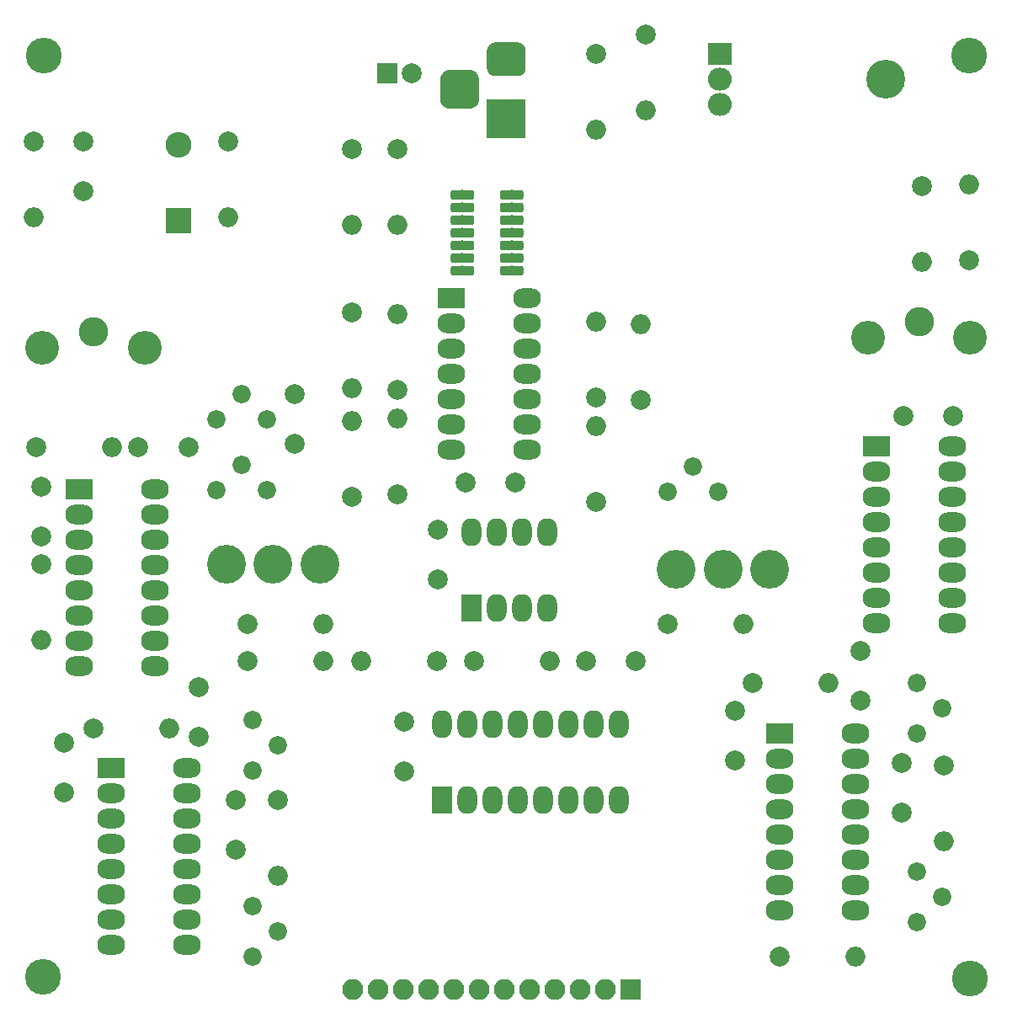
<source format=gbr>
G04 #@! TF.GenerationSoftware,KiCad,Pcbnew,(5.1.4-0-10_14)*
G04 #@! TF.CreationDate,2021-06-29T18:28:10+12:00*
G04 #@! TF.ProjectId,chroma_luma_invert,6368726f-6d61-45f6-9c75-6d615f696e76,rev?*
G04 #@! TF.SameCoordinates,Original*
G04 #@! TF.FileFunction,Soldermask,Top*
G04 #@! TF.FilePolarity,Negative*
%FSLAX46Y46*%
G04 Gerber Fmt 4.6, Leading zero omitted, Abs format (unit mm)*
G04 Created by KiCad (PCBNEW (5.1.4-0-10_14)) date 2021-06-29 18:28:10*
%MOMM*%
%LPD*%
G04 APERTURE LIST*
%ADD10C,3.600000*%
%ADD11O,2.000000X2.800000*%
%ADD12R,2.000000X2.800000*%
%ADD13C,2.000000*%
%ADD14R,2.000000X2.000000*%
%ADD15R,2.600000X2.600000*%
%ADD16O,2.600000X2.600000*%
%ADD17R,3.900000X3.900000*%
%ADD18C,0.100000*%
%ADD19C,3.400000*%
%ADD20C,3.900000*%
%ADD21R,2.100000X2.100000*%
%ADD22O,2.100000X2.100000*%
%ADD23R,2.800000X2.000000*%
%ADD24O,2.800000X2.000000*%
%ADD25O,3.900000X3.900000*%
%ADD26R,2.400000X2.305000*%
%ADD27O,2.400000X2.305000*%
%ADD28O,2.000000X2.000000*%
%ADD29C,2.950000*%
%ADD30C,1.840000*%
%ADD31C,1.000000*%
G04 APERTURE END LIST*
D10*
X201500000Y-38600000D03*
X201600000Y-131400000D03*
X108400000Y-131300000D03*
X108500000Y-38600000D03*
D11*
X151500000Y-86580000D03*
X159120000Y-94200000D03*
X154040000Y-86580000D03*
X156580000Y-94200000D03*
X156580000Y-86580000D03*
X154040000Y-94200000D03*
X159120000Y-86580000D03*
D12*
X151500000Y-94200000D03*
D13*
X150900000Y-81600000D03*
X155900000Y-81600000D03*
X199900000Y-74900000D03*
X194900000Y-74900000D03*
X148100000Y-86300000D03*
X148100000Y-91300000D03*
X190600000Y-103500000D03*
X190600000Y-98500000D03*
X124100000Y-107100000D03*
X124100000Y-102100000D03*
X144700000Y-105600000D03*
X144700000Y-110600000D03*
X123000000Y-78000000D03*
X118000000Y-78000000D03*
X145500000Y-40400000D03*
D14*
X143000000Y-40400000D03*
D13*
X112500000Y-52250000D03*
X112500000Y-47250000D03*
X194750000Y-109750000D03*
X194750000Y-114750000D03*
X178000000Y-109500000D03*
X178000000Y-104500000D03*
X168000000Y-99500000D03*
X163000000Y-99500000D03*
X108250000Y-87000000D03*
X108250000Y-82000000D03*
X127750000Y-113500000D03*
X127750000Y-118500000D03*
X110500000Y-112750000D03*
X110500000Y-107750000D03*
D15*
X122000000Y-55250000D03*
D16*
X122000000Y-47630000D03*
D17*
X155000000Y-45000000D03*
D18*
G36*
X156183315Y-37304093D02*
G01*
X156265827Y-37316333D01*
X156346742Y-37336601D01*
X156425281Y-37364702D01*
X156500687Y-37400367D01*
X156572235Y-37443251D01*
X156639234Y-37492941D01*
X156701041Y-37548959D01*
X156757059Y-37610766D01*
X156806749Y-37677765D01*
X156849633Y-37749313D01*
X156885298Y-37824719D01*
X156913399Y-37903258D01*
X156933667Y-37984173D01*
X156945907Y-38066685D01*
X156950000Y-38150000D01*
X156950000Y-39850000D01*
X156945907Y-39933315D01*
X156933667Y-40015827D01*
X156913399Y-40096742D01*
X156885298Y-40175281D01*
X156849633Y-40250687D01*
X156806749Y-40322235D01*
X156757059Y-40389234D01*
X156701041Y-40451041D01*
X156639234Y-40507059D01*
X156572235Y-40556749D01*
X156500687Y-40599633D01*
X156425281Y-40635298D01*
X156346742Y-40663399D01*
X156265827Y-40683667D01*
X156183315Y-40695907D01*
X156100000Y-40700000D01*
X153900000Y-40700000D01*
X153816685Y-40695907D01*
X153734173Y-40683667D01*
X153653258Y-40663399D01*
X153574719Y-40635298D01*
X153499313Y-40599633D01*
X153427765Y-40556749D01*
X153360766Y-40507059D01*
X153298959Y-40451041D01*
X153242941Y-40389234D01*
X153193251Y-40322235D01*
X153150367Y-40250687D01*
X153114702Y-40175281D01*
X153086601Y-40096742D01*
X153066333Y-40015827D01*
X153054093Y-39933315D01*
X153050000Y-39850000D01*
X153050000Y-38150000D01*
X153054093Y-38066685D01*
X153066333Y-37984173D01*
X153086601Y-37903258D01*
X153114702Y-37824719D01*
X153150367Y-37749313D01*
X153193251Y-37677765D01*
X153242941Y-37610766D01*
X153298959Y-37548959D01*
X153360766Y-37492941D01*
X153427765Y-37443251D01*
X153499313Y-37400367D01*
X153574719Y-37364702D01*
X153653258Y-37336601D01*
X153734173Y-37316333D01*
X153816685Y-37304093D01*
X153900000Y-37300000D01*
X156100000Y-37300000D01*
X156183315Y-37304093D01*
X156183315Y-37304093D01*
G37*
D19*
X155000000Y-39000000D03*
D18*
G36*
X151370567Y-40054695D02*
G01*
X151465213Y-40068734D01*
X151558028Y-40091983D01*
X151648116Y-40124217D01*
X151734612Y-40165127D01*
X151816681Y-40214317D01*
X151893533Y-40271315D01*
X151964429Y-40335571D01*
X152028685Y-40406467D01*
X152085683Y-40483319D01*
X152134873Y-40565388D01*
X152175783Y-40651884D01*
X152208017Y-40741972D01*
X152231266Y-40834787D01*
X152245305Y-40929433D01*
X152250000Y-41025000D01*
X152250000Y-42975000D01*
X152245305Y-43070567D01*
X152231266Y-43165213D01*
X152208017Y-43258028D01*
X152175783Y-43348116D01*
X152134873Y-43434612D01*
X152085683Y-43516681D01*
X152028685Y-43593533D01*
X151964429Y-43664429D01*
X151893533Y-43728685D01*
X151816681Y-43785683D01*
X151734612Y-43834873D01*
X151648116Y-43875783D01*
X151558028Y-43908017D01*
X151465213Y-43931266D01*
X151370567Y-43945305D01*
X151275000Y-43950000D01*
X149325000Y-43950000D01*
X149229433Y-43945305D01*
X149134787Y-43931266D01*
X149041972Y-43908017D01*
X148951884Y-43875783D01*
X148865388Y-43834873D01*
X148783319Y-43785683D01*
X148706467Y-43728685D01*
X148635571Y-43664429D01*
X148571315Y-43593533D01*
X148514317Y-43516681D01*
X148465127Y-43434612D01*
X148424217Y-43348116D01*
X148391983Y-43258028D01*
X148368734Y-43165213D01*
X148354695Y-43070567D01*
X148350000Y-42975000D01*
X148350000Y-41025000D01*
X148354695Y-40929433D01*
X148368734Y-40834787D01*
X148391983Y-40741972D01*
X148424217Y-40651884D01*
X148465127Y-40565388D01*
X148514317Y-40483319D01*
X148571315Y-40406467D01*
X148635571Y-40335571D01*
X148706467Y-40271315D01*
X148783319Y-40214317D01*
X148865388Y-40165127D01*
X148951884Y-40124217D01*
X149041972Y-40091983D01*
X149134787Y-40068734D01*
X149229433Y-40054695D01*
X149325000Y-40050000D01*
X151275000Y-40050000D01*
X151370567Y-40054695D01*
X151370567Y-40054695D01*
G37*
D20*
X150300000Y-42000000D03*
D21*
X167500000Y-132500000D03*
D22*
X164960000Y-132500000D03*
X162420000Y-132500000D03*
X159880000Y-132500000D03*
X157340000Y-132500000D03*
X154800000Y-132500000D03*
X152260000Y-132500000D03*
X149720000Y-132500000D03*
X147180000Y-132500000D03*
X144640000Y-132500000D03*
X142100000Y-132500000D03*
X139560000Y-132500000D03*
D20*
X172100000Y-90250000D03*
X176800000Y-90250000D03*
X181500000Y-90250000D03*
X136250000Y-89750000D03*
X131550000Y-89750000D03*
X126850000Y-89750000D03*
D23*
X192200000Y-77900000D03*
D24*
X199820000Y-95680000D03*
X192200000Y-80440000D03*
X199820000Y-93140000D03*
X192200000Y-82980000D03*
X199820000Y-90600000D03*
X192200000Y-85520000D03*
X199820000Y-88060000D03*
X192200000Y-88060000D03*
X199820000Y-85520000D03*
X192200000Y-90600000D03*
X199820000Y-82980000D03*
X192200000Y-93140000D03*
X199820000Y-80440000D03*
X192200000Y-95680000D03*
X199820000Y-77900000D03*
D25*
X193160000Y-41040000D03*
D26*
X176500000Y-38500000D03*
D27*
X176500000Y-41040000D03*
X176500000Y-43580000D03*
D24*
X190120000Y-106750000D03*
X182500000Y-124530000D03*
X190120000Y-109290000D03*
X182500000Y-121990000D03*
X190120000Y-111830000D03*
X182500000Y-119450000D03*
X190120000Y-114370000D03*
X182500000Y-116910000D03*
X190120000Y-116910000D03*
X182500000Y-114370000D03*
X190120000Y-119450000D03*
X182500000Y-111830000D03*
X190120000Y-121990000D03*
X182500000Y-109290000D03*
X190120000Y-124530000D03*
D23*
X182500000Y-106750000D03*
D24*
X122870000Y-110250000D03*
X115250000Y-128030000D03*
X122870000Y-112790000D03*
X115250000Y-125490000D03*
X122870000Y-115330000D03*
X115250000Y-122950000D03*
X122870000Y-117870000D03*
X115250000Y-120410000D03*
X122870000Y-120410000D03*
X115250000Y-117870000D03*
X122870000Y-122950000D03*
X115250000Y-115330000D03*
X122870000Y-125490000D03*
X115250000Y-112790000D03*
X122870000Y-128030000D03*
D23*
X115250000Y-110250000D03*
D12*
X148500000Y-113500000D03*
D11*
X166280000Y-105880000D03*
X151040000Y-113500000D03*
X163740000Y-105880000D03*
X153580000Y-113500000D03*
X161200000Y-105880000D03*
X156120000Y-113500000D03*
X158660000Y-105880000D03*
X158660000Y-113500000D03*
X156120000Y-105880000D03*
X161200000Y-113500000D03*
X153580000Y-105880000D03*
X163740000Y-113500000D03*
X151040000Y-105880000D03*
X166280000Y-113500000D03*
X148500000Y-105880000D03*
D23*
X112000000Y-82250000D03*
D24*
X119620000Y-100030000D03*
X112000000Y-84790000D03*
X119620000Y-97490000D03*
X112000000Y-87330000D03*
X119620000Y-94950000D03*
X112000000Y-89870000D03*
X119620000Y-92410000D03*
X112000000Y-92410000D03*
X119620000Y-89870000D03*
X112000000Y-94950000D03*
X119620000Y-87330000D03*
X112000000Y-97490000D03*
X119620000Y-84790000D03*
X112000000Y-100030000D03*
X119620000Y-82250000D03*
D13*
X144000000Y-82750000D03*
D28*
X144000000Y-75130000D03*
X201500000Y-51630000D03*
D13*
X201500000Y-59250000D03*
D28*
X139500000Y-75380000D03*
D13*
X139500000Y-83000000D03*
X144000000Y-72250000D03*
D28*
X144000000Y-64630000D03*
D13*
X196750000Y-51750000D03*
D28*
X196750000Y-59370000D03*
D13*
X107500000Y-47250000D03*
D28*
X107500000Y-54870000D03*
D13*
X127000000Y-47250000D03*
D28*
X127000000Y-54870000D03*
X139500000Y-72120000D03*
D13*
X139500000Y-64500000D03*
X144000000Y-48000000D03*
D28*
X144000000Y-55620000D03*
D13*
X139500000Y-48000000D03*
D28*
X139500000Y-55620000D03*
X168500000Y-65630000D03*
D13*
X168500000Y-73250000D03*
D28*
X164000000Y-75880000D03*
D13*
X164000000Y-83500000D03*
X164000000Y-73000000D03*
D28*
X164000000Y-65380000D03*
X164000000Y-46120000D03*
D13*
X164000000Y-38500000D03*
X169000000Y-36500000D03*
D28*
X169000000Y-44120000D03*
X199000000Y-117620000D03*
D13*
X199000000Y-110000000D03*
X148000000Y-99500000D03*
D28*
X140380000Y-99500000D03*
X187420000Y-101700000D03*
D13*
X179800000Y-101700000D03*
X171250000Y-95750000D03*
D28*
X178870000Y-95750000D03*
X159370000Y-99500000D03*
D13*
X151750000Y-99500000D03*
X129000000Y-95750000D03*
D28*
X136620000Y-95750000D03*
X136620000Y-99500000D03*
D13*
X129000000Y-99500000D03*
D28*
X190120000Y-129250000D03*
D13*
X182500000Y-129250000D03*
X107750000Y-78000000D03*
D28*
X115370000Y-78000000D03*
D13*
X132000000Y-113500000D03*
D28*
X132000000Y-121120000D03*
X121120000Y-106300000D03*
D13*
X113500000Y-106300000D03*
D28*
X108250000Y-97370000D03*
D13*
X108250000Y-89750000D03*
X133700000Y-72700000D03*
X133700000Y-77700000D03*
D19*
X108350000Y-68000000D03*
X118650000Y-68000000D03*
D29*
X113500000Y-66400000D03*
X196500000Y-65400000D03*
D19*
X201650000Y-67000000D03*
X191350000Y-67000000D03*
D30*
X196250000Y-125750000D03*
X198790000Y-123210000D03*
X196250000Y-120670000D03*
X196250000Y-101670000D03*
X198790000Y-104210000D03*
X196250000Y-106750000D03*
X129500000Y-129250000D03*
X132040000Y-126710000D03*
X129500000Y-124170000D03*
X129500000Y-105420000D03*
X132040000Y-107960000D03*
X129500000Y-110500000D03*
X176300000Y-82500000D03*
X173760000Y-79960000D03*
X171220000Y-82500000D03*
X130900000Y-82300000D03*
X128360000Y-79760000D03*
X125820000Y-82300000D03*
X125820000Y-75200000D03*
X128360000Y-72660000D03*
X130900000Y-75200000D03*
D23*
X149450000Y-63000000D03*
D24*
X157070000Y-78240000D03*
X149450000Y-65540000D03*
X157070000Y-75700000D03*
X149450000Y-68080000D03*
X157070000Y-73160000D03*
X149450000Y-70620000D03*
X157070000Y-70620000D03*
X149450000Y-73160000D03*
X157070000Y-68080000D03*
X149450000Y-75700000D03*
X157070000Y-65540000D03*
X149450000Y-78240000D03*
X157070000Y-63000000D03*
D18*
G36*
X156474504Y-59761204D02*
G01*
X156498773Y-59764804D01*
X156522571Y-59770765D01*
X156545671Y-59779030D01*
X156567849Y-59789520D01*
X156588893Y-59802133D01*
X156608598Y-59816747D01*
X156626777Y-59833223D01*
X156643253Y-59851402D01*
X156657867Y-59871107D01*
X156670480Y-59892151D01*
X156680970Y-59914329D01*
X156689235Y-59937429D01*
X156695196Y-59961227D01*
X156698796Y-59985496D01*
X156700000Y-60010000D01*
X156700000Y-60510000D01*
X156698796Y-60534504D01*
X156695196Y-60558773D01*
X156689235Y-60582571D01*
X156680970Y-60605671D01*
X156670480Y-60627849D01*
X156657867Y-60648893D01*
X156643253Y-60668598D01*
X156626777Y-60686777D01*
X156608598Y-60703253D01*
X156588893Y-60717867D01*
X156567849Y-60730480D01*
X156545671Y-60740970D01*
X156522571Y-60749235D01*
X156498773Y-60755196D01*
X156474504Y-60758796D01*
X156450000Y-60760000D01*
X154600000Y-60760000D01*
X154575496Y-60758796D01*
X154551227Y-60755196D01*
X154527429Y-60749235D01*
X154504329Y-60740970D01*
X154482151Y-60730480D01*
X154461107Y-60717867D01*
X154441402Y-60703253D01*
X154423223Y-60686777D01*
X154406747Y-60668598D01*
X154392133Y-60648893D01*
X154379520Y-60627849D01*
X154369030Y-60605671D01*
X154360765Y-60582571D01*
X154354804Y-60558773D01*
X154351204Y-60534504D01*
X154350000Y-60510000D01*
X154350000Y-60010000D01*
X154351204Y-59985496D01*
X154354804Y-59961227D01*
X154360765Y-59937429D01*
X154369030Y-59914329D01*
X154379520Y-59892151D01*
X154392133Y-59871107D01*
X154406747Y-59851402D01*
X154423223Y-59833223D01*
X154441402Y-59816747D01*
X154461107Y-59802133D01*
X154482151Y-59789520D01*
X154504329Y-59779030D01*
X154527429Y-59770765D01*
X154551227Y-59764804D01*
X154575496Y-59761204D01*
X154600000Y-59760000D01*
X156450000Y-59760000D01*
X156474504Y-59761204D01*
X156474504Y-59761204D01*
G37*
D31*
X155525000Y-60260000D03*
D18*
G36*
X156474504Y-58491204D02*
G01*
X156498773Y-58494804D01*
X156522571Y-58500765D01*
X156545671Y-58509030D01*
X156567849Y-58519520D01*
X156588893Y-58532133D01*
X156608598Y-58546747D01*
X156626777Y-58563223D01*
X156643253Y-58581402D01*
X156657867Y-58601107D01*
X156670480Y-58622151D01*
X156680970Y-58644329D01*
X156689235Y-58667429D01*
X156695196Y-58691227D01*
X156698796Y-58715496D01*
X156700000Y-58740000D01*
X156700000Y-59240000D01*
X156698796Y-59264504D01*
X156695196Y-59288773D01*
X156689235Y-59312571D01*
X156680970Y-59335671D01*
X156670480Y-59357849D01*
X156657867Y-59378893D01*
X156643253Y-59398598D01*
X156626777Y-59416777D01*
X156608598Y-59433253D01*
X156588893Y-59447867D01*
X156567849Y-59460480D01*
X156545671Y-59470970D01*
X156522571Y-59479235D01*
X156498773Y-59485196D01*
X156474504Y-59488796D01*
X156450000Y-59490000D01*
X154600000Y-59490000D01*
X154575496Y-59488796D01*
X154551227Y-59485196D01*
X154527429Y-59479235D01*
X154504329Y-59470970D01*
X154482151Y-59460480D01*
X154461107Y-59447867D01*
X154441402Y-59433253D01*
X154423223Y-59416777D01*
X154406747Y-59398598D01*
X154392133Y-59378893D01*
X154379520Y-59357849D01*
X154369030Y-59335671D01*
X154360765Y-59312571D01*
X154354804Y-59288773D01*
X154351204Y-59264504D01*
X154350000Y-59240000D01*
X154350000Y-58740000D01*
X154351204Y-58715496D01*
X154354804Y-58691227D01*
X154360765Y-58667429D01*
X154369030Y-58644329D01*
X154379520Y-58622151D01*
X154392133Y-58601107D01*
X154406747Y-58581402D01*
X154423223Y-58563223D01*
X154441402Y-58546747D01*
X154461107Y-58532133D01*
X154482151Y-58519520D01*
X154504329Y-58509030D01*
X154527429Y-58500765D01*
X154551227Y-58494804D01*
X154575496Y-58491204D01*
X154600000Y-58490000D01*
X156450000Y-58490000D01*
X156474504Y-58491204D01*
X156474504Y-58491204D01*
G37*
D31*
X155525000Y-58990000D03*
D18*
G36*
X156474504Y-57221204D02*
G01*
X156498773Y-57224804D01*
X156522571Y-57230765D01*
X156545671Y-57239030D01*
X156567849Y-57249520D01*
X156588893Y-57262133D01*
X156608598Y-57276747D01*
X156626777Y-57293223D01*
X156643253Y-57311402D01*
X156657867Y-57331107D01*
X156670480Y-57352151D01*
X156680970Y-57374329D01*
X156689235Y-57397429D01*
X156695196Y-57421227D01*
X156698796Y-57445496D01*
X156700000Y-57470000D01*
X156700000Y-57970000D01*
X156698796Y-57994504D01*
X156695196Y-58018773D01*
X156689235Y-58042571D01*
X156680970Y-58065671D01*
X156670480Y-58087849D01*
X156657867Y-58108893D01*
X156643253Y-58128598D01*
X156626777Y-58146777D01*
X156608598Y-58163253D01*
X156588893Y-58177867D01*
X156567849Y-58190480D01*
X156545671Y-58200970D01*
X156522571Y-58209235D01*
X156498773Y-58215196D01*
X156474504Y-58218796D01*
X156450000Y-58220000D01*
X154600000Y-58220000D01*
X154575496Y-58218796D01*
X154551227Y-58215196D01*
X154527429Y-58209235D01*
X154504329Y-58200970D01*
X154482151Y-58190480D01*
X154461107Y-58177867D01*
X154441402Y-58163253D01*
X154423223Y-58146777D01*
X154406747Y-58128598D01*
X154392133Y-58108893D01*
X154379520Y-58087849D01*
X154369030Y-58065671D01*
X154360765Y-58042571D01*
X154354804Y-58018773D01*
X154351204Y-57994504D01*
X154350000Y-57970000D01*
X154350000Y-57470000D01*
X154351204Y-57445496D01*
X154354804Y-57421227D01*
X154360765Y-57397429D01*
X154369030Y-57374329D01*
X154379520Y-57352151D01*
X154392133Y-57331107D01*
X154406747Y-57311402D01*
X154423223Y-57293223D01*
X154441402Y-57276747D01*
X154461107Y-57262133D01*
X154482151Y-57249520D01*
X154504329Y-57239030D01*
X154527429Y-57230765D01*
X154551227Y-57224804D01*
X154575496Y-57221204D01*
X154600000Y-57220000D01*
X156450000Y-57220000D01*
X156474504Y-57221204D01*
X156474504Y-57221204D01*
G37*
D31*
X155525000Y-57720000D03*
D18*
G36*
X156474504Y-55951204D02*
G01*
X156498773Y-55954804D01*
X156522571Y-55960765D01*
X156545671Y-55969030D01*
X156567849Y-55979520D01*
X156588893Y-55992133D01*
X156608598Y-56006747D01*
X156626777Y-56023223D01*
X156643253Y-56041402D01*
X156657867Y-56061107D01*
X156670480Y-56082151D01*
X156680970Y-56104329D01*
X156689235Y-56127429D01*
X156695196Y-56151227D01*
X156698796Y-56175496D01*
X156700000Y-56200000D01*
X156700000Y-56700000D01*
X156698796Y-56724504D01*
X156695196Y-56748773D01*
X156689235Y-56772571D01*
X156680970Y-56795671D01*
X156670480Y-56817849D01*
X156657867Y-56838893D01*
X156643253Y-56858598D01*
X156626777Y-56876777D01*
X156608598Y-56893253D01*
X156588893Y-56907867D01*
X156567849Y-56920480D01*
X156545671Y-56930970D01*
X156522571Y-56939235D01*
X156498773Y-56945196D01*
X156474504Y-56948796D01*
X156450000Y-56950000D01*
X154600000Y-56950000D01*
X154575496Y-56948796D01*
X154551227Y-56945196D01*
X154527429Y-56939235D01*
X154504329Y-56930970D01*
X154482151Y-56920480D01*
X154461107Y-56907867D01*
X154441402Y-56893253D01*
X154423223Y-56876777D01*
X154406747Y-56858598D01*
X154392133Y-56838893D01*
X154379520Y-56817849D01*
X154369030Y-56795671D01*
X154360765Y-56772571D01*
X154354804Y-56748773D01*
X154351204Y-56724504D01*
X154350000Y-56700000D01*
X154350000Y-56200000D01*
X154351204Y-56175496D01*
X154354804Y-56151227D01*
X154360765Y-56127429D01*
X154369030Y-56104329D01*
X154379520Y-56082151D01*
X154392133Y-56061107D01*
X154406747Y-56041402D01*
X154423223Y-56023223D01*
X154441402Y-56006747D01*
X154461107Y-55992133D01*
X154482151Y-55979520D01*
X154504329Y-55969030D01*
X154527429Y-55960765D01*
X154551227Y-55954804D01*
X154575496Y-55951204D01*
X154600000Y-55950000D01*
X156450000Y-55950000D01*
X156474504Y-55951204D01*
X156474504Y-55951204D01*
G37*
D31*
X155525000Y-56450000D03*
D18*
G36*
X156474504Y-54681204D02*
G01*
X156498773Y-54684804D01*
X156522571Y-54690765D01*
X156545671Y-54699030D01*
X156567849Y-54709520D01*
X156588893Y-54722133D01*
X156608598Y-54736747D01*
X156626777Y-54753223D01*
X156643253Y-54771402D01*
X156657867Y-54791107D01*
X156670480Y-54812151D01*
X156680970Y-54834329D01*
X156689235Y-54857429D01*
X156695196Y-54881227D01*
X156698796Y-54905496D01*
X156700000Y-54930000D01*
X156700000Y-55430000D01*
X156698796Y-55454504D01*
X156695196Y-55478773D01*
X156689235Y-55502571D01*
X156680970Y-55525671D01*
X156670480Y-55547849D01*
X156657867Y-55568893D01*
X156643253Y-55588598D01*
X156626777Y-55606777D01*
X156608598Y-55623253D01*
X156588893Y-55637867D01*
X156567849Y-55650480D01*
X156545671Y-55660970D01*
X156522571Y-55669235D01*
X156498773Y-55675196D01*
X156474504Y-55678796D01*
X156450000Y-55680000D01*
X154600000Y-55680000D01*
X154575496Y-55678796D01*
X154551227Y-55675196D01*
X154527429Y-55669235D01*
X154504329Y-55660970D01*
X154482151Y-55650480D01*
X154461107Y-55637867D01*
X154441402Y-55623253D01*
X154423223Y-55606777D01*
X154406747Y-55588598D01*
X154392133Y-55568893D01*
X154379520Y-55547849D01*
X154369030Y-55525671D01*
X154360765Y-55502571D01*
X154354804Y-55478773D01*
X154351204Y-55454504D01*
X154350000Y-55430000D01*
X154350000Y-54930000D01*
X154351204Y-54905496D01*
X154354804Y-54881227D01*
X154360765Y-54857429D01*
X154369030Y-54834329D01*
X154379520Y-54812151D01*
X154392133Y-54791107D01*
X154406747Y-54771402D01*
X154423223Y-54753223D01*
X154441402Y-54736747D01*
X154461107Y-54722133D01*
X154482151Y-54709520D01*
X154504329Y-54699030D01*
X154527429Y-54690765D01*
X154551227Y-54684804D01*
X154575496Y-54681204D01*
X154600000Y-54680000D01*
X156450000Y-54680000D01*
X156474504Y-54681204D01*
X156474504Y-54681204D01*
G37*
D31*
X155525000Y-55180000D03*
D18*
G36*
X156474504Y-53411204D02*
G01*
X156498773Y-53414804D01*
X156522571Y-53420765D01*
X156545671Y-53429030D01*
X156567849Y-53439520D01*
X156588893Y-53452133D01*
X156608598Y-53466747D01*
X156626777Y-53483223D01*
X156643253Y-53501402D01*
X156657867Y-53521107D01*
X156670480Y-53542151D01*
X156680970Y-53564329D01*
X156689235Y-53587429D01*
X156695196Y-53611227D01*
X156698796Y-53635496D01*
X156700000Y-53660000D01*
X156700000Y-54160000D01*
X156698796Y-54184504D01*
X156695196Y-54208773D01*
X156689235Y-54232571D01*
X156680970Y-54255671D01*
X156670480Y-54277849D01*
X156657867Y-54298893D01*
X156643253Y-54318598D01*
X156626777Y-54336777D01*
X156608598Y-54353253D01*
X156588893Y-54367867D01*
X156567849Y-54380480D01*
X156545671Y-54390970D01*
X156522571Y-54399235D01*
X156498773Y-54405196D01*
X156474504Y-54408796D01*
X156450000Y-54410000D01*
X154600000Y-54410000D01*
X154575496Y-54408796D01*
X154551227Y-54405196D01*
X154527429Y-54399235D01*
X154504329Y-54390970D01*
X154482151Y-54380480D01*
X154461107Y-54367867D01*
X154441402Y-54353253D01*
X154423223Y-54336777D01*
X154406747Y-54318598D01*
X154392133Y-54298893D01*
X154379520Y-54277849D01*
X154369030Y-54255671D01*
X154360765Y-54232571D01*
X154354804Y-54208773D01*
X154351204Y-54184504D01*
X154350000Y-54160000D01*
X154350000Y-53660000D01*
X154351204Y-53635496D01*
X154354804Y-53611227D01*
X154360765Y-53587429D01*
X154369030Y-53564329D01*
X154379520Y-53542151D01*
X154392133Y-53521107D01*
X154406747Y-53501402D01*
X154423223Y-53483223D01*
X154441402Y-53466747D01*
X154461107Y-53452133D01*
X154482151Y-53439520D01*
X154504329Y-53429030D01*
X154527429Y-53420765D01*
X154551227Y-53414804D01*
X154575496Y-53411204D01*
X154600000Y-53410000D01*
X156450000Y-53410000D01*
X156474504Y-53411204D01*
X156474504Y-53411204D01*
G37*
D31*
X155525000Y-53910000D03*
D18*
G36*
X156474504Y-52141204D02*
G01*
X156498773Y-52144804D01*
X156522571Y-52150765D01*
X156545671Y-52159030D01*
X156567849Y-52169520D01*
X156588893Y-52182133D01*
X156608598Y-52196747D01*
X156626777Y-52213223D01*
X156643253Y-52231402D01*
X156657867Y-52251107D01*
X156670480Y-52272151D01*
X156680970Y-52294329D01*
X156689235Y-52317429D01*
X156695196Y-52341227D01*
X156698796Y-52365496D01*
X156700000Y-52390000D01*
X156700000Y-52890000D01*
X156698796Y-52914504D01*
X156695196Y-52938773D01*
X156689235Y-52962571D01*
X156680970Y-52985671D01*
X156670480Y-53007849D01*
X156657867Y-53028893D01*
X156643253Y-53048598D01*
X156626777Y-53066777D01*
X156608598Y-53083253D01*
X156588893Y-53097867D01*
X156567849Y-53110480D01*
X156545671Y-53120970D01*
X156522571Y-53129235D01*
X156498773Y-53135196D01*
X156474504Y-53138796D01*
X156450000Y-53140000D01*
X154600000Y-53140000D01*
X154575496Y-53138796D01*
X154551227Y-53135196D01*
X154527429Y-53129235D01*
X154504329Y-53120970D01*
X154482151Y-53110480D01*
X154461107Y-53097867D01*
X154441402Y-53083253D01*
X154423223Y-53066777D01*
X154406747Y-53048598D01*
X154392133Y-53028893D01*
X154379520Y-53007849D01*
X154369030Y-52985671D01*
X154360765Y-52962571D01*
X154354804Y-52938773D01*
X154351204Y-52914504D01*
X154350000Y-52890000D01*
X154350000Y-52390000D01*
X154351204Y-52365496D01*
X154354804Y-52341227D01*
X154360765Y-52317429D01*
X154369030Y-52294329D01*
X154379520Y-52272151D01*
X154392133Y-52251107D01*
X154406747Y-52231402D01*
X154423223Y-52213223D01*
X154441402Y-52196747D01*
X154461107Y-52182133D01*
X154482151Y-52169520D01*
X154504329Y-52159030D01*
X154527429Y-52150765D01*
X154551227Y-52144804D01*
X154575496Y-52141204D01*
X154600000Y-52140000D01*
X156450000Y-52140000D01*
X156474504Y-52141204D01*
X156474504Y-52141204D01*
G37*
D31*
X155525000Y-52640000D03*
D18*
G36*
X151524504Y-52141204D02*
G01*
X151548773Y-52144804D01*
X151572571Y-52150765D01*
X151595671Y-52159030D01*
X151617849Y-52169520D01*
X151638893Y-52182133D01*
X151658598Y-52196747D01*
X151676777Y-52213223D01*
X151693253Y-52231402D01*
X151707867Y-52251107D01*
X151720480Y-52272151D01*
X151730970Y-52294329D01*
X151739235Y-52317429D01*
X151745196Y-52341227D01*
X151748796Y-52365496D01*
X151750000Y-52390000D01*
X151750000Y-52890000D01*
X151748796Y-52914504D01*
X151745196Y-52938773D01*
X151739235Y-52962571D01*
X151730970Y-52985671D01*
X151720480Y-53007849D01*
X151707867Y-53028893D01*
X151693253Y-53048598D01*
X151676777Y-53066777D01*
X151658598Y-53083253D01*
X151638893Y-53097867D01*
X151617849Y-53110480D01*
X151595671Y-53120970D01*
X151572571Y-53129235D01*
X151548773Y-53135196D01*
X151524504Y-53138796D01*
X151500000Y-53140000D01*
X149650000Y-53140000D01*
X149625496Y-53138796D01*
X149601227Y-53135196D01*
X149577429Y-53129235D01*
X149554329Y-53120970D01*
X149532151Y-53110480D01*
X149511107Y-53097867D01*
X149491402Y-53083253D01*
X149473223Y-53066777D01*
X149456747Y-53048598D01*
X149442133Y-53028893D01*
X149429520Y-53007849D01*
X149419030Y-52985671D01*
X149410765Y-52962571D01*
X149404804Y-52938773D01*
X149401204Y-52914504D01*
X149400000Y-52890000D01*
X149400000Y-52390000D01*
X149401204Y-52365496D01*
X149404804Y-52341227D01*
X149410765Y-52317429D01*
X149419030Y-52294329D01*
X149429520Y-52272151D01*
X149442133Y-52251107D01*
X149456747Y-52231402D01*
X149473223Y-52213223D01*
X149491402Y-52196747D01*
X149511107Y-52182133D01*
X149532151Y-52169520D01*
X149554329Y-52159030D01*
X149577429Y-52150765D01*
X149601227Y-52144804D01*
X149625496Y-52141204D01*
X149650000Y-52140000D01*
X151500000Y-52140000D01*
X151524504Y-52141204D01*
X151524504Y-52141204D01*
G37*
D31*
X150575000Y-52640000D03*
D18*
G36*
X151524504Y-53411204D02*
G01*
X151548773Y-53414804D01*
X151572571Y-53420765D01*
X151595671Y-53429030D01*
X151617849Y-53439520D01*
X151638893Y-53452133D01*
X151658598Y-53466747D01*
X151676777Y-53483223D01*
X151693253Y-53501402D01*
X151707867Y-53521107D01*
X151720480Y-53542151D01*
X151730970Y-53564329D01*
X151739235Y-53587429D01*
X151745196Y-53611227D01*
X151748796Y-53635496D01*
X151750000Y-53660000D01*
X151750000Y-54160000D01*
X151748796Y-54184504D01*
X151745196Y-54208773D01*
X151739235Y-54232571D01*
X151730970Y-54255671D01*
X151720480Y-54277849D01*
X151707867Y-54298893D01*
X151693253Y-54318598D01*
X151676777Y-54336777D01*
X151658598Y-54353253D01*
X151638893Y-54367867D01*
X151617849Y-54380480D01*
X151595671Y-54390970D01*
X151572571Y-54399235D01*
X151548773Y-54405196D01*
X151524504Y-54408796D01*
X151500000Y-54410000D01*
X149650000Y-54410000D01*
X149625496Y-54408796D01*
X149601227Y-54405196D01*
X149577429Y-54399235D01*
X149554329Y-54390970D01*
X149532151Y-54380480D01*
X149511107Y-54367867D01*
X149491402Y-54353253D01*
X149473223Y-54336777D01*
X149456747Y-54318598D01*
X149442133Y-54298893D01*
X149429520Y-54277849D01*
X149419030Y-54255671D01*
X149410765Y-54232571D01*
X149404804Y-54208773D01*
X149401204Y-54184504D01*
X149400000Y-54160000D01*
X149400000Y-53660000D01*
X149401204Y-53635496D01*
X149404804Y-53611227D01*
X149410765Y-53587429D01*
X149419030Y-53564329D01*
X149429520Y-53542151D01*
X149442133Y-53521107D01*
X149456747Y-53501402D01*
X149473223Y-53483223D01*
X149491402Y-53466747D01*
X149511107Y-53452133D01*
X149532151Y-53439520D01*
X149554329Y-53429030D01*
X149577429Y-53420765D01*
X149601227Y-53414804D01*
X149625496Y-53411204D01*
X149650000Y-53410000D01*
X151500000Y-53410000D01*
X151524504Y-53411204D01*
X151524504Y-53411204D01*
G37*
D31*
X150575000Y-53910000D03*
D18*
G36*
X151524504Y-54681204D02*
G01*
X151548773Y-54684804D01*
X151572571Y-54690765D01*
X151595671Y-54699030D01*
X151617849Y-54709520D01*
X151638893Y-54722133D01*
X151658598Y-54736747D01*
X151676777Y-54753223D01*
X151693253Y-54771402D01*
X151707867Y-54791107D01*
X151720480Y-54812151D01*
X151730970Y-54834329D01*
X151739235Y-54857429D01*
X151745196Y-54881227D01*
X151748796Y-54905496D01*
X151750000Y-54930000D01*
X151750000Y-55430000D01*
X151748796Y-55454504D01*
X151745196Y-55478773D01*
X151739235Y-55502571D01*
X151730970Y-55525671D01*
X151720480Y-55547849D01*
X151707867Y-55568893D01*
X151693253Y-55588598D01*
X151676777Y-55606777D01*
X151658598Y-55623253D01*
X151638893Y-55637867D01*
X151617849Y-55650480D01*
X151595671Y-55660970D01*
X151572571Y-55669235D01*
X151548773Y-55675196D01*
X151524504Y-55678796D01*
X151500000Y-55680000D01*
X149650000Y-55680000D01*
X149625496Y-55678796D01*
X149601227Y-55675196D01*
X149577429Y-55669235D01*
X149554329Y-55660970D01*
X149532151Y-55650480D01*
X149511107Y-55637867D01*
X149491402Y-55623253D01*
X149473223Y-55606777D01*
X149456747Y-55588598D01*
X149442133Y-55568893D01*
X149429520Y-55547849D01*
X149419030Y-55525671D01*
X149410765Y-55502571D01*
X149404804Y-55478773D01*
X149401204Y-55454504D01*
X149400000Y-55430000D01*
X149400000Y-54930000D01*
X149401204Y-54905496D01*
X149404804Y-54881227D01*
X149410765Y-54857429D01*
X149419030Y-54834329D01*
X149429520Y-54812151D01*
X149442133Y-54791107D01*
X149456747Y-54771402D01*
X149473223Y-54753223D01*
X149491402Y-54736747D01*
X149511107Y-54722133D01*
X149532151Y-54709520D01*
X149554329Y-54699030D01*
X149577429Y-54690765D01*
X149601227Y-54684804D01*
X149625496Y-54681204D01*
X149650000Y-54680000D01*
X151500000Y-54680000D01*
X151524504Y-54681204D01*
X151524504Y-54681204D01*
G37*
D31*
X150575000Y-55180000D03*
D18*
G36*
X151524504Y-55951204D02*
G01*
X151548773Y-55954804D01*
X151572571Y-55960765D01*
X151595671Y-55969030D01*
X151617849Y-55979520D01*
X151638893Y-55992133D01*
X151658598Y-56006747D01*
X151676777Y-56023223D01*
X151693253Y-56041402D01*
X151707867Y-56061107D01*
X151720480Y-56082151D01*
X151730970Y-56104329D01*
X151739235Y-56127429D01*
X151745196Y-56151227D01*
X151748796Y-56175496D01*
X151750000Y-56200000D01*
X151750000Y-56700000D01*
X151748796Y-56724504D01*
X151745196Y-56748773D01*
X151739235Y-56772571D01*
X151730970Y-56795671D01*
X151720480Y-56817849D01*
X151707867Y-56838893D01*
X151693253Y-56858598D01*
X151676777Y-56876777D01*
X151658598Y-56893253D01*
X151638893Y-56907867D01*
X151617849Y-56920480D01*
X151595671Y-56930970D01*
X151572571Y-56939235D01*
X151548773Y-56945196D01*
X151524504Y-56948796D01*
X151500000Y-56950000D01*
X149650000Y-56950000D01*
X149625496Y-56948796D01*
X149601227Y-56945196D01*
X149577429Y-56939235D01*
X149554329Y-56930970D01*
X149532151Y-56920480D01*
X149511107Y-56907867D01*
X149491402Y-56893253D01*
X149473223Y-56876777D01*
X149456747Y-56858598D01*
X149442133Y-56838893D01*
X149429520Y-56817849D01*
X149419030Y-56795671D01*
X149410765Y-56772571D01*
X149404804Y-56748773D01*
X149401204Y-56724504D01*
X149400000Y-56700000D01*
X149400000Y-56200000D01*
X149401204Y-56175496D01*
X149404804Y-56151227D01*
X149410765Y-56127429D01*
X149419030Y-56104329D01*
X149429520Y-56082151D01*
X149442133Y-56061107D01*
X149456747Y-56041402D01*
X149473223Y-56023223D01*
X149491402Y-56006747D01*
X149511107Y-55992133D01*
X149532151Y-55979520D01*
X149554329Y-55969030D01*
X149577429Y-55960765D01*
X149601227Y-55954804D01*
X149625496Y-55951204D01*
X149650000Y-55950000D01*
X151500000Y-55950000D01*
X151524504Y-55951204D01*
X151524504Y-55951204D01*
G37*
D31*
X150575000Y-56450000D03*
D18*
G36*
X151524504Y-57221204D02*
G01*
X151548773Y-57224804D01*
X151572571Y-57230765D01*
X151595671Y-57239030D01*
X151617849Y-57249520D01*
X151638893Y-57262133D01*
X151658598Y-57276747D01*
X151676777Y-57293223D01*
X151693253Y-57311402D01*
X151707867Y-57331107D01*
X151720480Y-57352151D01*
X151730970Y-57374329D01*
X151739235Y-57397429D01*
X151745196Y-57421227D01*
X151748796Y-57445496D01*
X151750000Y-57470000D01*
X151750000Y-57970000D01*
X151748796Y-57994504D01*
X151745196Y-58018773D01*
X151739235Y-58042571D01*
X151730970Y-58065671D01*
X151720480Y-58087849D01*
X151707867Y-58108893D01*
X151693253Y-58128598D01*
X151676777Y-58146777D01*
X151658598Y-58163253D01*
X151638893Y-58177867D01*
X151617849Y-58190480D01*
X151595671Y-58200970D01*
X151572571Y-58209235D01*
X151548773Y-58215196D01*
X151524504Y-58218796D01*
X151500000Y-58220000D01*
X149650000Y-58220000D01*
X149625496Y-58218796D01*
X149601227Y-58215196D01*
X149577429Y-58209235D01*
X149554329Y-58200970D01*
X149532151Y-58190480D01*
X149511107Y-58177867D01*
X149491402Y-58163253D01*
X149473223Y-58146777D01*
X149456747Y-58128598D01*
X149442133Y-58108893D01*
X149429520Y-58087849D01*
X149419030Y-58065671D01*
X149410765Y-58042571D01*
X149404804Y-58018773D01*
X149401204Y-57994504D01*
X149400000Y-57970000D01*
X149400000Y-57470000D01*
X149401204Y-57445496D01*
X149404804Y-57421227D01*
X149410765Y-57397429D01*
X149419030Y-57374329D01*
X149429520Y-57352151D01*
X149442133Y-57331107D01*
X149456747Y-57311402D01*
X149473223Y-57293223D01*
X149491402Y-57276747D01*
X149511107Y-57262133D01*
X149532151Y-57249520D01*
X149554329Y-57239030D01*
X149577429Y-57230765D01*
X149601227Y-57224804D01*
X149625496Y-57221204D01*
X149650000Y-57220000D01*
X151500000Y-57220000D01*
X151524504Y-57221204D01*
X151524504Y-57221204D01*
G37*
D31*
X150575000Y-57720000D03*
D18*
G36*
X151524504Y-58491204D02*
G01*
X151548773Y-58494804D01*
X151572571Y-58500765D01*
X151595671Y-58509030D01*
X151617849Y-58519520D01*
X151638893Y-58532133D01*
X151658598Y-58546747D01*
X151676777Y-58563223D01*
X151693253Y-58581402D01*
X151707867Y-58601107D01*
X151720480Y-58622151D01*
X151730970Y-58644329D01*
X151739235Y-58667429D01*
X151745196Y-58691227D01*
X151748796Y-58715496D01*
X151750000Y-58740000D01*
X151750000Y-59240000D01*
X151748796Y-59264504D01*
X151745196Y-59288773D01*
X151739235Y-59312571D01*
X151730970Y-59335671D01*
X151720480Y-59357849D01*
X151707867Y-59378893D01*
X151693253Y-59398598D01*
X151676777Y-59416777D01*
X151658598Y-59433253D01*
X151638893Y-59447867D01*
X151617849Y-59460480D01*
X151595671Y-59470970D01*
X151572571Y-59479235D01*
X151548773Y-59485196D01*
X151524504Y-59488796D01*
X151500000Y-59490000D01*
X149650000Y-59490000D01*
X149625496Y-59488796D01*
X149601227Y-59485196D01*
X149577429Y-59479235D01*
X149554329Y-59470970D01*
X149532151Y-59460480D01*
X149511107Y-59447867D01*
X149491402Y-59433253D01*
X149473223Y-59416777D01*
X149456747Y-59398598D01*
X149442133Y-59378893D01*
X149429520Y-59357849D01*
X149419030Y-59335671D01*
X149410765Y-59312571D01*
X149404804Y-59288773D01*
X149401204Y-59264504D01*
X149400000Y-59240000D01*
X149400000Y-58740000D01*
X149401204Y-58715496D01*
X149404804Y-58691227D01*
X149410765Y-58667429D01*
X149419030Y-58644329D01*
X149429520Y-58622151D01*
X149442133Y-58601107D01*
X149456747Y-58581402D01*
X149473223Y-58563223D01*
X149491402Y-58546747D01*
X149511107Y-58532133D01*
X149532151Y-58519520D01*
X149554329Y-58509030D01*
X149577429Y-58500765D01*
X149601227Y-58494804D01*
X149625496Y-58491204D01*
X149650000Y-58490000D01*
X151500000Y-58490000D01*
X151524504Y-58491204D01*
X151524504Y-58491204D01*
G37*
D31*
X150575000Y-58990000D03*
D18*
G36*
X151524504Y-59761204D02*
G01*
X151548773Y-59764804D01*
X151572571Y-59770765D01*
X151595671Y-59779030D01*
X151617849Y-59789520D01*
X151638893Y-59802133D01*
X151658598Y-59816747D01*
X151676777Y-59833223D01*
X151693253Y-59851402D01*
X151707867Y-59871107D01*
X151720480Y-59892151D01*
X151730970Y-59914329D01*
X151739235Y-59937429D01*
X151745196Y-59961227D01*
X151748796Y-59985496D01*
X151750000Y-60010000D01*
X151750000Y-60510000D01*
X151748796Y-60534504D01*
X151745196Y-60558773D01*
X151739235Y-60582571D01*
X151730970Y-60605671D01*
X151720480Y-60627849D01*
X151707867Y-60648893D01*
X151693253Y-60668598D01*
X151676777Y-60686777D01*
X151658598Y-60703253D01*
X151638893Y-60717867D01*
X151617849Y-60730480D01*
X151595671Y-60740970D01*
X151572571Y-60749235D01*
X151548773Y-60755196D01*
X151524504Y-60758796D01*
X151500000Y-60760000D01*
X149650000Y-60760000D01*
X149625496Y-60758796D01*
X149601227Y-60755196D01*
X149577429Y-60749235D01*
X149554329Y-60740970D01*
X149532151Y-60730480D01*
X149511107Y-60717867D01*
X149491402Y-60703253D01*
X149473223Y-60686777D01*
X149456747Y-60668598D01*
X149442133Y-60648893D01*
X149429520Y-60627849D01*
X149419030Y-60605671D01*
X149410765Y-60582571D01*
X149404804Y-60558773D01*
X149401204Y-60534504D01*
X149400000Y-60510000D01*
X149400000Y-60010000D01*
X149401204Y-59985496D01*
X149404804Y-59961227D01*
X149410765Y-59937429D01*
X149419030Y-59914329D01*
X149429520Y-59892151D01*
X149442133Y-59871107D01*
X149456747Y-59851402D01*
X149473223Y-59833223D01*
X149491402Y-59816747D01*
X149511107Y-59802133D01*
X149532151Y-59789520D01*
X149554329Y-59779030D01*
X149577429Y-59770765D01*
X149601227Y-59764804D01*
X149625496Y-59761204D01*
X149650000Y-59760000D01*
X151500000Y-59760000D01*
X151524504Y-59761204D01*
X151524504Y-59761204D01*
G37*
D31*
X150575000Y-60260000D03*
M02*

</source>
